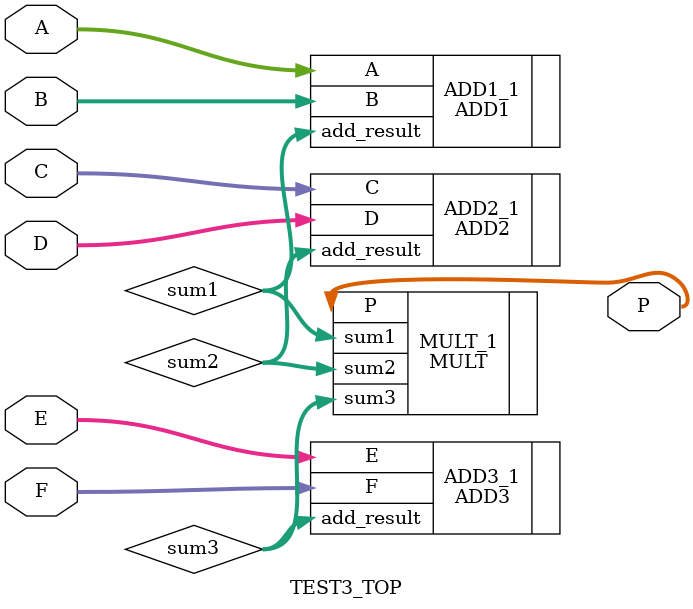
<source format=v>
module TEST3_TOP (
	input wire [7:0] A,
	input wire [7:0] B,
	input wire [7:0] C,
	input wire [7:0] D,
	input wire [7:0] E,
	input wire [7:0] F,
	output wire [26:0] P
);

wire [8:0] sum1;
wire [8:0] sum2;
wire [8:0] sum3;

ADD1 ADD1_1(
	.A(A),
	.B(B),
	.add_result(sum1)
);

ADD2 ADD2_1(
	.C(C),
	.D(D),
	.add_result(sum2)
);

ADD3 ADD3_1(
	.E(E),
	.F(F),
	.add_result(sum3)
);

MULT MULT_1(
	.sum1(sum1),
	.sum2(sum2),
	.sum3(sum3),
	.P(P)
);

endmodule
</source>
